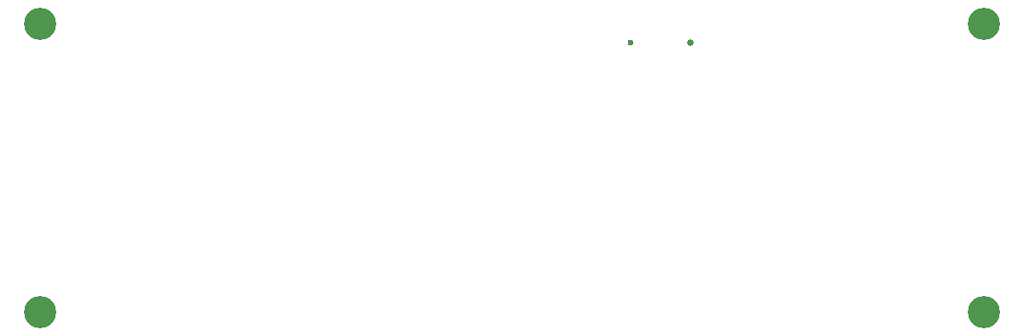
<source format=gbr>
%TF.GenerationSoftware,KiCad,Pcbnew,9.0.2+1*%
%TF.CreationDate,2025-05-31T23:41:08+01:00*%
%TF.ProjectId,OBC,4f42432e-6b69-4636-9164-5f7063625858,rev?*%
%TF.SameCoordinates,Original*%
%TF.FileFunction,NonPlated,1,4,NPTH,Drill*%
%TF.FilePolarity,Positive*%
%FSLAX46Y46*%
G04 Gerber Fmt 4.6, Leading zero omitted, Abs format (unit mm)*
G04 Created by KiCad (PCBNEW 9.0.2+1) date 2025-05-31 23:41:08*
%MOMM*%
%LPD*%
G01*
G04 APERTURE LIST*
%TA.AperFunction,ComponentDrill*%
%ADD10C,0.600000*%
%TD*%
%TA.AperFunction,ComponentDrill*%
%ADD11C,0.630000*%
%TD*%
%TA.AperFunction,ComponentDrill*%
%ADD12C,3.200000*%
%TD*%
G04 APERTURE END LIST*
D10*
%TO.C,J6*%
X161889250Y-71872500D03*
D11*
X167889250Y-71872500D03*
D12*
%TO.C,H1*%
X103380000Y-70010000D03*
%TO.C,H3*%
X103380000Y-98610000D03*
%TO.C,H2*%
X196980000Y-70010000D03*
%TO.C,H4*%
X196980000Y-98610000D03*
M02*

</source>
